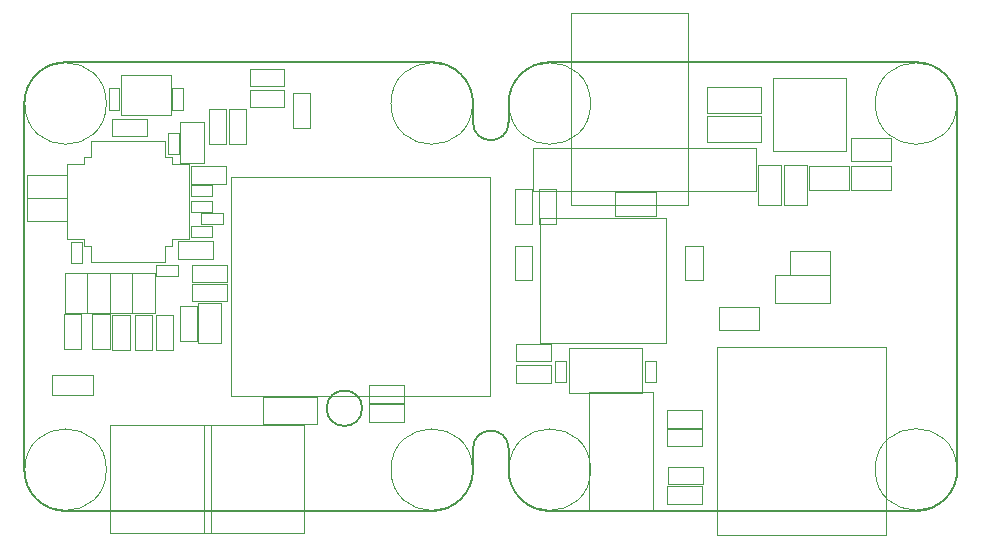
<source format=gbr>
%TF.GenerationSoftware,KiCad,Pcbnew,(5.1.8-0-10_14)*%
%TF.CreationDate,2021-09-02T11:11:12+02:00*%
%TF.ProjectId,ethersweep,65746865-7273-4776-9565-702e6b696361,2.0.1*%
%TF.SameCoordinates,Original*%
%TF.FileFunction,Other,User*%
%FSLAX46Y46*%
G04 Gerber Fmt 4.6, Leading zero omitted, Abs format (unit mm)*
G04 Created by KiCad (PCBNEW (5.1.8-0-10_14)) date 2021-09-02 11:11:12*
%MOMM*%
%LPD*%
G01*
G04 APERTURE LIST*
%TA.AperFunction,Profile*%
%ADD10C,0.150000*%
%TD*%
%ADD11C,0.050000*%
G04 APERTURE END LIST*
D10*
X221600000Y-26700000D02*
G75*
G02*
X225100000Y-30200000I0J-3500000D01*
G01*
X184100000Y-60700000D02*
X184100000Y-59400000D01*
X187100000Y-31800000D02*
X187100000Y-30700000D01*
X187100000Y-31800000D02*
G75*
G02*
X184100000Y-31800000I-1500000J0D01*
G01*
X187100000Y-61200000D02*
X187100000Y-59400000D01*
X184100000Y-31800000D02*
X184100000Y-30200000D01*
X184100000Y-59400000D02*
G75*
G02*
X187100000Y-59400000I1500000J0D01*
G01*
X184100000Y-61200000D02*
X184100000Y-60700000D01*
X187100000Y-30200000D02*
X187100000Y-30700000D01*
X174700000Y-56000000D02*
G75*
G03*
X174700000Y-56000000I-1500000J0D01*
G01*
X149600000Y-64700000D02*
G75*
G02*
X146100000Y-61200000I0J3500000D01*
G01*
X149600000Y-64700000D02*
X180600000Y-64700000D01*
X190600000Y-26700000D02*
X221600000Y-26700000D01*
X187100000Y-30200000D02*
G75*
G02*
X190600000Y-26700000I3500000J0D01*
G01*
X225100000Y-61200000D02*
G75*
G02*
X221600000Y-64700000I-3500000J0D01*
G01*
X190600000Y-64700000D02*
G75*
G02*
X187100000Y-61200000I0J3500000D01*
G01*
X190600000Y-64700000D02*
X221600000Y-64700000D01*
X225100000Y-61200000D02*
X225100000Y-30200000D01*
X146100000Y-30200000D02*
X146100000Y-61200000D01*
X184100000Y-61200000D02*
G75*
G02*
X180600000Y-64700000I-3500000J0D01*
G01*
X180600000Y-26700000D02*
G75*
G02*
X184100000Y-30200000I0J-3500000D01*
G01*
X146100000Y-30200000D02*
G75*
G02*
X149600000Y-26700000I3500000J0D01*
G01*
X180600000Y-26700000D02*
X149600000Y-26700000D01*
D11*
X153050000Y-61200000D02*
G75*
G03*
X153050000Y-61200000I-3450000J0D01*
G01*
X225050000Y-30200000D02*
G75*
G03*
X225050000Y-30200000I-3450000J0D01*
G01*
X161900000Y-66600000D02*
X161900000Y-57400000D01*
X161900000Y-57400000D02*
X153400000Y-57400000D01*
X153400000Y-57400000D02*
X153400000Y-66600000D01*
X153400000Y-66600000D02*
X161900000Y-66600000D01*
X192380000Y-38800000D02*
X202280000Y-38800000D01*
X192380000Y-22510000D02*
X192380000Y-38800000D01*
X202280000Y-22510000D02*
X192380000Y-22510000D01*
X202280000Y-38800000D02*
X202280000Y-22510000D01*
X194050000Y-61200000D02*
G75*
G03*
X194050000Y-61200000I-3450000J0D01*
G01*
X225050000Y-61175001D02*
G75*
G03*
X225050000Y-61175001I-3450000J0D01*
G01*
X194050000Y-30200000D02*
G75*
G03*
X194050000Y-30200000I-3450000J0D01*
G01*
X196150000Y-39680000D02*
X196150000Y-37720000D01*
X196150000Y-37720000D02*
X199550000Y-37720000D01*
X199550000Y-37720000D02*
X199550000Y-39680000D01*
X199550000Y-39680000D02*
X196150000Y-39680000D01*
X191960000Y-53810000D02*
X191040000Y-53810000D01*
X191040000Y-53810000D02*
X191040000Y-51990000D01*
X191040000Y-51990000D02*
X191960000Y-51990000D01*
X191960000Y-51990000D02*
X191960000Y-53810000D01*
X198640000Y-53810000D02*
X198640000Y-51990000D01*
X199560000Y-53810000D02*
X198640000Y-53810000D01*
X199560000Y-51990000D02*
X199560000Y-53810000D01*
X198640000Y-51990000D02*
X199560000Y-51990000D01*
X204900000Y-47420000D02*
X208300000Y-47420000D01*
X204900000Y-49380000D02*
X204900000Y-47420000D01*
X208300000Y-49380000D02*
X204900000Y-49380000D01*
X208300000Y-47420000D02*
X208300000Y-49380000D01*
X161300000Y-66600000D02*
X169800000Y-66600000D01*
X161300000Y-57400000D02*
X161300000Y-66600000D01*
X169800000Y-57400000D02*
X161300000Y-57400000D01*
X169800000Y-66600000D02*
X169800000Y-57400000D01*
X200400000Y-50500000D02*
X200400000Y-39900000D01*
X189800000Y-50500000D02*
X189800000Y-39900000D01*
X189800000Y-39900000D02*
X200400000Y-39900000D01*
X189800000Y-50500000D02*
X200400000Y-50500000D01*
X153050000Y-30200000D02*
G75*
G03*
X153050000Y-30200000I-3450000J0D01*
G01*
X184050000Y-30200000D02*
G75*
G03*
X184050000Y-30200000I-3450000J0D01*
G01*
X184050000Y-61200000D02*
G75*
G03*
X184050000Y-61200000I-3450000J0D01*
G01*
X187620000Y-42220000D02*
X189080000Y-42220000D01*
X189080000Y-42220000D02*
X189080000Y-45180000D01*
X189080000Y-45180000D02*
X187620000Y-45180000D01*
X187620000Y-45180000D02*
X187620000Y-42220000D01*
X202070000Y-45180000D02*
X202070000Y-42220000D01*
X203530000Y-45180000D02*
X202070000Y-45180000D01*
X203530000Y-42220000D02*
X203530000Y-45180000D01*
X202070000Y-42220000D02*
X203530000Y-42220000D01*
X189130000Y-37420000D02*
X189130000Y-40380000D01*
X187670000Y-37420000D02*
X189130000Y-37420000D01*
X187670000Y-40380000D02*
X187670000Y-37420000D01*
X189130000Y-40380000D02*
X187670000Y-40380000D01*
X191130000Y-40380000D02*
X189670000Y-40380000D01*
X189670000Y-40380000D02*
X189670000Y-37420000D01*
X189670000Y-37420000D02*
X191130000Y-37420000D01*
X191130000Y-37420000D02*
X191130000Y-40380000D01*
X170330000Y-32280000D02*
X168870000Y-32280000D01*
X168870000Y-32280000D02*
X168870000Y-29320000D01*
X168870000Y-29320000D02*
X170330000Y-29320000D01*
X170330000Y-29320000D02*
X170330000Y-32280000D01*
X198400000Y-54700000D02*
X198400000Y-50900000D01*
X198400000Y-50900000D02*
X192200000Y-50900000D01*
X192200000Y-50900000D02*
X192200000Y-54700000D01*
X192200000Y-54700000D02*
X198400000Y-54700000D01*
X157270000Y-51030000D02*
X157270000Y-48070000D01*
X158730000Y-51030000D02*
X157270000Y-51030000D01*
X158730000Y-48070000D02*
X158730000Y-51030000D01*
X157270000Y-48070000D02*
X158730000Y-48070000D01*
X160190000Y-39360000D02*
X160190000Y-38440000D01*
X160190000Y-38440000D02*
X162010000Y-38440000D01*
X162010000Y-38440000D02*
X162010000Y-39360000D01*
X162010000Y-39360000D02*
X160190000Y-39360000D01*
X162910000Y-40360000D02*
X161090000Y-40360000D01*
X162910000Y-39440000D02*
X162910000Y-40360000D01*
X161090000Y-39440000D02*
X162910000Y-39440000D01*
X161090000Y-40360000D02*
X161090000Y-39440000D01*
X159160000Y-34510000D02*
X158240000Y-34510000D01*
X158240000Y-34510000D02*
X158240000Y-32690000D01*
X158240000Y-32690000D02*
X159160000Y-32690000D01*
X159160000Y-32690000D02*
X159160000Y-34510000D01*
X159110000Y-44760000D02*
X157290000Y-44760000D01*
X159110000Y-43840000D02*
X159110000Y-44760000D01*
X157290000Y-43840000D02*
X159110000Y-43840000D01*
X157290000Y-44760000D02*
X157290000Y-43840000D01*
X150040000Y-43710000D02*
X150040000Y-41890000D01*
X150960000Y-43710000D02*
X150040000Y-43710000D01*
X150960000Y-41890000D02*
X150960000Y-43710000D01*
X150040000Y-41890000D02*
X150960000Y-41890000D01*
X162010000Y-41460000D02*
X160190000Y-41460000D01*
X162010000Y-40540000D02*
X162010000Y-41460000D01*
X160190000Y-40540000D02*
X162010000Y-40540000D01*
X160190000Y-41460000D02*
X160190000Y-40540000D01*
X161280000Y-35200000D02*
X159320000Y-35200000D01*
X159320000Y-35200000D02*
X159320000Y-31800000D01*
X159320000Y-31800000D02*
X161280000Y-31800000D01*
X161280000Y-31800000D02*
X161280000Y-35200000D01*
X146300000Y-36220000D02*
X149700000Y-36220000D01*
X146300000Y-38180000D02*
X146300000Y-36220000D01*
X149700000Y-38180000D02*
X146300000Y-38180000D01*
X149700000Y-36220000D02*
X149700000Y-38180000D01*
X159560000Y-30710000D02*
X158640000Y-30710000D01*
X158640000Y-30710000D02*
X158640000Y-28890000D01*
X158640000Y-28890000D02*
X159560000Y-28890000D01*
X159560000Y-28890000D02*
X159560000Y-30710000D01*
X154160000Y-30710000D02*
X153240000Y-30710000D01*
X153240000Y-30710000D02*
X153240000Y-28890000D01*
X153240000Y-28890000D02*
X154160000Y-28890000D01*
X154160000Y-28890000D02*
X154160000Y-30710000D01*
X163180000Y-36980000D02*
X160220000Y-36980000D01*
X163180000Y-35520000D02*
X163180000Y-36980000D01*
X160220000Y-35520000D02*
X163180000Y-35520000D01*
X160220000Y-36980000D02*
X160220000Y-35520000D01*
X162030000Y-38010000D02*
X160210000Y-38010000D01*
X162030000Y-37090000D02*
X162030000Y-38010000D01*
X160210000Y-37090000D02*
X162030000Y-37090000D01*
X160210000Y-38010000D02*
X160210000Y-37090000D01*
X189200000Y-37600000D02*
X208050000Y-37600000D01*
X208050000Y-37600000D02*
X208050000Y-34000000D01*
X208050000Y-34000000D02*
X189200000Y-34000000D01*
X189200000Y-34000000D02*
X189200000Y-37600000D01*
X185520000Y-36450000D02*
X163620000Y-36450000D01*
X163620000Y-36450000D02*
X163620000Y-54950000D01*
X163620000Y-54950000D02*
X185520000Y-54950000D01*
X185520000Y-54950000D02*
X185520000Y-36450000D01*
X148450000Y-54850000D02*
X148450000Y-53150000D01*
X148450000Y-53150000D02*
X151950000Y-53150000D01*
X151950000Y-53150000D02*
X151950000Y-54850000D01*
X151950000Y-54850000D02*
X148450000Y-54850000D01*
X151450000Y-44570000D02*
X151450000Y-47930000D01*
X149550000Y-44570000D02*
X151450000Y-44570000D01*
X149550000Y-47930000D02*
X149550000Y-44570000D01*
X151450000Y-47930000D02*
X149550000Y-47930000D01*
X153350000Y-47930000D02*
X151450000Y-47930000D01*
X151450000Y-47930000D02*
X151450000Y-44570000D01*
X151450000Y-44570000D02*
X153350000Y-44570000D01*
X153350000Y-44570000D02*
X153350000Y-47930000D01*
X155250000Y-44570000D02*
X155250000Y-47930000D01*
X153350000Y-44570000D02*
X155250000Y-44570000D01*
X153350000Y-47930000D02*
X153350000Y-44570000D01*
X155250000Y-47930000D02*
X153350000Y-47930000D01*
X157150000Y-47930000D02*
X155250000Y-47930000D01*
X155250000Y-47930000D02*
X155250000Y-44570000D01*
X155250000Y-44570000D02*
X157150000Y-44570000D01*
X157150000Y-44570000D02*
X157150000Y-47930000D01*
X150930000Y-50980000D02*
X149470000Y-50980000D01*
X149470000Y-50980000D02*
X149470000Y-48020000D01*
X149470000Y-48020000D02*
X150930000Y-48020000D01*
X150930000Y-48020000D02*
X150930000Y-50980000D01*
X153330000Y-50980000D02*
X151870000Y-50980000D01*
X151870000Y-50980000D02*
X151870000Y-48020000D01*
X151870000Y-48020000D02*
X153330000Y-48020000D01*
X153330000Y-48020000D02*
X153330000Y-50980000D01*
X155030000Y-48070000D02*
X155030000Y-51030000D01*
X153570000Y-48070000D02*
X155030000Y-48070000D01*
X153570000Y-51030000D02*
X153570000Y-48070000D01*
X155030000Y-51030000D02*
X153570000Y-51030000D01*
X178280000Y-55670000D02*
X178280000Y-57130000D01*
X178280000Y-57130000D02*
X175320000Y-57130000D01*
X175320000Y-57130000D02*
X175320000Y-55670000D01*
X175320000Y-55670000D02*
X178280000Y-55670000D01*
X175320000Y-54070000D02*
X178280000Y-54070000D01*
X175320000Y-55530000D02*
X175320000Y-54070000D01*
X178280000Y-55530000D02*
X175320000Y-55530000D01*
X178280000Y-54070000D02*
X178280000Y-55530000D01*
X156930000Y-48070000D02*
X156930000Y-51030000D01*
X155470000Y-48070000D02*
X156930000Y-48070000D01*
X155470000Y-51030000D02*
X155470000Y-48070000D01*
X156930000Y-51030000D02*
X155470000Y-51030000D01*
X158050000Y-33350000D02*
X154900000Y-33350000D01*
X158050000Y-34750000D02*
X158050000Y-33350000D01*
X158650000Y-34750000D02*
X158050000Y-34750000D01*
X158650000Y-35350000D02*
X158650000Y-34750000D01*
X160050000Y-35350000D02*
X158650000Y-35350000D01*
X160050000Y-38500000D02*
X160050000Y-35350000D01*
X158050000Y-43650000D02*
X154900000Y-43650000D01*
X158050000Y-42250000D02*
X158050000Y-43650000D01*
X158650000Y-42250000D02*
X158050000Y-42250000D01*
X158650000Y-41650000D02*
X158650000Y-42250000D01*
X160050000Y-41650000D02*
X158650000Y-41650000D01*
X160050000Y-38500000D02*
X160050000Y-41650000D01*
X151750000Y-33350000D02*
X154900000Y-33350000D01*
X151750000Y-34750000D02*
X151750000Y-33350000D01*
X151150000Y-34750000D02*
X151750000Y-34750000D01*
X151150000Y-35350000D02*
X151150000Y-34750000D01*
X149750000Y-35350000D02*
X151150000Y-35350000D01*
X149750000Y-38500000D02*
X149750000Y-35350000D01*
X151750000Y-43650000D02*
X154900000Y-43650000D01*
X151750000Y-42250000D02*
X151750000Y-43650000D01*
X151150000Y-42250000D02*
X151750000Y-42250000D01*
X151150000Y-41650000D02*
X151150000Y-42250000D01*
X149750000Y-41650000D02*
X151150000Y-41650000D01*
X149750000Y-38500000D02*
X149750000Y-41650000D01*
X158500000Y-27800000D02*
X154300000Y-27800000D01*
X158500000Y-31200000D02*
X158500000Y-27800000D01*
X154300000Y-31200000D02*
X158500000Y-31200000D01*
X154300000Y-27800000D02*
X154300000Y-31200000D01*
X187720000Y-52030000D02*
X187720000Y-50570000D01*
X187720000Y-50570000D02*
X190680000Y-50570000D01*
X190680000Y-50570000D02*
X190680000Y-52030000D01*
X190680000Y-52030000D02*
X187720000Y-52030000D01*
X216100000Y-37480000D02*
X216100000Y-35520000D01*
X216100000Y-35520000D02*
X219500000Y-35520000D01*
X219500000Y-35520000D02*
X219500000Y-37480000D01*
X219500000Y-37480000D02*
X216100000Y-37480000D01*
X219500000Y-35080000D02*
X216100000Y-35080000D01*
X219500000Y-33120000D02*
X219500000Y-35080000D01*
X216100000Y-33120000D02*
X219500000Y-33120000D01*
X216100000Y-35080000D02*
X216100000Y-33120000D01*
X212500000Y-37480000D02*
X212500000Y-35520000D01*
X212500000Y-35520000D02*
X215900000Y-35520000D01*
X215900000Y-35520000D02*
X215900000Y-37480000D01*
X215900000Y-37480000D02*
X212500000Y-37480000D01*
X210420000Y-35400000D02*
X212380000Y-35400000D01*
X212380000Y-35400000D02*
X212380000Y-38800000D01*
X212380000Y-38800000D02*
X210420000Y-38800000D01*
X210420000Y-38800000D02*
X210420000Y-35400000D01*
X208480000Y-28780000D02*
X208480000Y-31020000D01*
X208480000Y-31020000D02*
X203920000Y-31020000D01*
X203920000Y-31020000D02*
X203920000Y-28780000D01*
X203920000Y-28780000D02*
X208480000Y-28780000D01*
X203914999Y-31234999D02*
X208474999Y-31234999D01*
X203914999Y-33474999D02*
X203914999Y-31234999D01*
X208474999Y-33474999D02*
X203914999Y-33474999D01*
X208474999Y-31234999D02*
X208474999Y-33474999D01*
X193900000Y-64700000D02*
X199300000Y-64700000D01*
X199300000Y-64700000D02*
X199300000Y-54600000D01*
X199300000Y-54600000D02*
X193900000Y-54600000D01*
X193900000Y-54600000D02*
X193900000Y-64700000D01*
X209500000Y-34200000D02*
X215700000Y-34200000D01*
X215700000Y-34200000D02*
X215700000Y-28000000D01*
X215700000Y-28000000D02*
X209500000Y-28000000D01*
X209500000Y-28000000D02*
X209500000Y-34200000D01*
X162750000Y-47120000D02*
X162750000Y-50480000D01*
X160850000Y-47120000D02*
X162750000Y-47120000D01*
X160850000Y-50480000D02*
X160850000Y-47120000D01*
X162750000Y-50480000D02*
X160850000Y-50480000D01*
X153520000Y-31470000D02*
X156480000Y-31470000D01*
X153520000Y-32930000D02*
X153520000Y-31470000D01*
X156480000Y-32930000D02*
X153520000Y-32930000D01*
X156480000Y-31470000D02*
X156480000Y-32930000D01*
X162080000Y-41870000D02*
X162080000Y-43330000D01*
X162080000Y-43330000D02*
X159120000Y-43330000D01*
X159120000Y-43330000D02*
X159120000Y-41870000D01*
X159120000Y-41870000D02*
X162080000Y-41870000D01*
X190680000Y-53830000D02*
X187720000Y-53830000D01*
X190680000Y-52370000D02*
X190680000Y-53830000D01*
X187720000Y-52370000D02*
X190680000Y-52370000D01*
X187720000Y-53830000D02*
X187720000Y-52370000D01*
X163280000Y-43870000D02*
X163280000Y-45330000D01*
X163280000Y-45330000D02*
X160320000Y-45330000D01*
X160320000Y-45330000D02*
X160320000Y-43870000D01*
X160320000Y-43870000D02*
X163280000Y-43870000D01*
X160320000Y-45470000D02*
X163280000Y-45470000D01*
X160320000Y-46930000D02*
X160320000Y-45470000D01*
X163280000Y-46930000D02*
X160320000Y-46930000D01*
X163280000Y-45470000D02*
X163280000Y-46930000D01*
X146300000Y-38220000D02*
X149700000Y-38220000D01*
X146300000Y-40180000D02*
X146300000Y-38220000D01*
X149700000Y-40180000D02*
X146300000Y-40180000D01*
X149700000Y-38220000D02*
X149700000Y-40180000D01*
X166300000Y-55050000D02*
X170900000Y-55050000D01*
X166300000Y-57350000D02*
X166300000Y-55050000D01*
X170900000Y-57350000D02*
X166300000Y-57350000D01*
X170900000Y-55050000D02*
X170900000Y-57350000D01*
X160730000Y-47320000D02*
X160730000Y-50280000D01*
X159270000Y-47320000D02*
X160730000Y-47320000D01*
X159270000Y-50280000D02*
X159270000Y-47320000D01*
X160730000Y-50280000D02*
X159270000Y-50280000D01*
X209700000Y-44750000D02*
X214300000Y-44750000D01*
X209700000Y-47050000D02*
X209700000Y-44750000D01*
X214300000Y-47050000D02*
X209700000Y-47050000D01*
X214300000Y-44750000D02*
X214300000Y-47050000D01*
X210900000Y-42720000D02*
X214300000Y-42720000D01*
X210900000Y-44680000D02*
X210900000Y-42720000D01*
X214300000Y-44680000D02*
X210900000Y-44680000D01*
X214300000Y-42720000D02*
X214300000Y-44680000D01*
X200554999Y-62614999D02*
X203514999Y-62614999D01*
X200554999Y-64074999D02*
X200554999Y-62614999D01*
X203514999Y-64074999D02*
X200554999Y-64074999D01*
X203514999Y-62614999D02*
X203514999Y-64074999D01*
X219050000Y-66700000D02*
X204750000Y-66700000D01*
X204750000Y-66700000D02*
X204750000Y-50850000D01*
X219050000Y-50850000D02*
X204750000Y-50850000D01*
X219050000Y-66700000D02*
X219050000Y-50850000D01*
X200594999Y-60970000D02*
X203554999Y-60970000D01*
X200594999Y-62430000D02*
X200594999Y-60970000D01*
X203554999Y-62430000D02*
X200594999Y-62430000D01*
X203554999Y-60970000D02*
X203554999Y-62430000D01*
X200520000Y-57770000D02*
X203480000Y-57770000D01*
X200520000Y-59230000D02*
X200520000Y-57770000D01*
X203480000Y-59230000D02*
X200520000Y-59230000D01*
X203480000Y-57770000D02*
X203480000Y-59230000D01*
X200520000Y-57630000D02*
X200520000Y-56170000D01*
X200520000Y-56170000D02*
X203480000Y-56170000D01*
X203480000Y-56170000D02*
X203480000Y-57630000D01*
X203480000Y-57630000D02*
X200520000Y-57630000D01*
X208220000Y-38800000D02*
X208220000Y-35400000D01*
X210180000Y-38800000D02*
X208220000Y-38800000D01*
X210180000Y-35400000D02*
X210180000Y-38800000D01*
X208220000Y-35400000D02*
X210180000Y-35400000D01*
X165170000Y-29040000D02*
X168130000Y-29040000D01*
X165170000Y-30500000D02*
X165170000Y-29040000D01*
X168130000Y-30500000D02*
X165170000Y-30500000D01*
X168130000Y-29040000D02*
X168130000Y-30500000D01*
X168130000Y-27240000D02*
X168130000Y-28700000D01*
X168130000Y-28700000D02*
X165170000Y-28700000D01*
X165170000Y-28700000D02*
X165170000Y-27240000D01*
X165170000Y-27240000D02*
X168130000Y-27240000D01*
X164880000Y-30690000D02*
X164880000Y-33650000D01*
X163420000Y-30690000D02*
X164880000Y-30690000D01*
X163420000Y-33650000D02*
X163420000Y-30690000D01*
X164880000Y-33650000D02*
X163420000Y-33650000D01*
X163180000Y-33625000D02*
X161720000Y-33625000D01*
X161720000Y-33625000D02*
X161720000Y-30665000D01*
X161720000Y-30665000D02*
X163180000Y-30665000D01*
X163180000Y-30665000D02*
X163180000Y-33625000D01*
M02*

</source>
